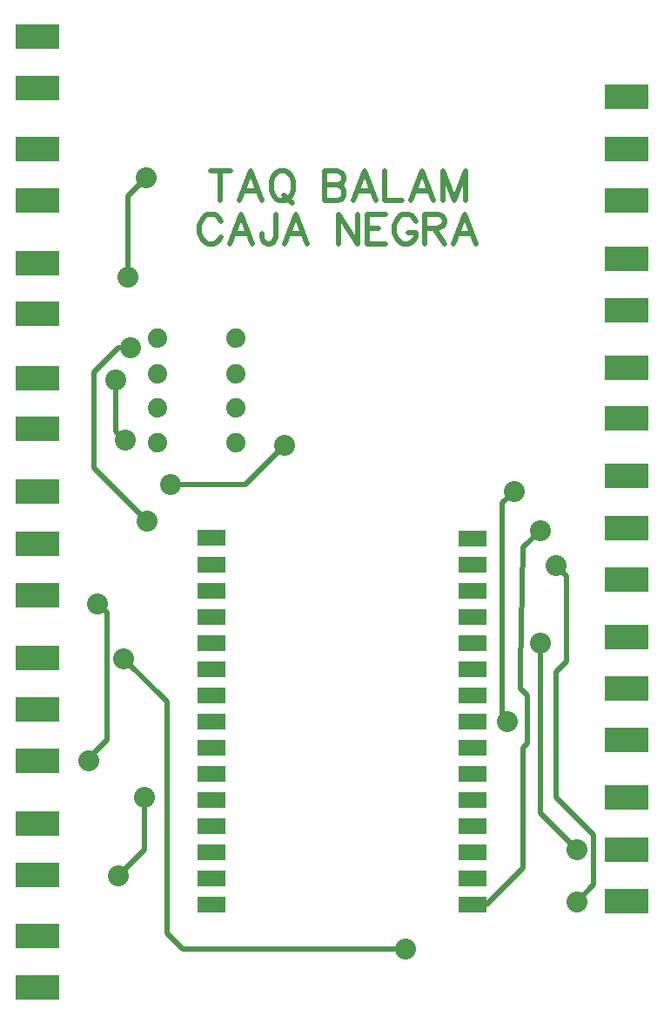
<source format=gtl>
G04 Layer: TopLayer*
G04 EasyEDA v6.5.20, 2022-10-25 19:45:01*
G04 d7509c23e70a4d299dd340956325a71c,9a860c5992af436183867cf7ac43f068,10*
G04 Gerber Generator version 0.2*
G04 Scale: 100 percent, Rotated: No, Reflected: No *
G04 Dimensions in inches *
G04 leading zeros omitted , absolute positions ,3 integer and 6 decimal *
%FSLAX36Y36*%
%MOIN*%

%ADD10C,0.0197*%
%ADD11C,0.0200*%
%ADD12R,0.1687X0.0937*%
%ADD13C,0.0740*%
%ADD14R,0.1083X0.0600*%
%ADD15C,0.0800*%

%LPD*%
D10*
X949498Y3239200D02*
G01*
X949498Y3126399D01*
X911899Y3239200D02*
G01*
X987098Y3239200D01*
X1065398Y3239200D02*
G01*
X1022498Y3126399D01*
X1065398Y3239200D02*
G01*
X1108398Y3126399D01*
X1038599Y3164000D02*
G01*
X1092299Y3164000D01*
X1175999Y3239200D02*
G01*
X1165299Y3233800D01*
X1154598Y3223099D01*
X1149198Y3212300D01*
X1143798Y3196199D01*
X1143798Y3169400D01*
X1149198Y3153299D01*
X1154598Y3142500D01*
X1165299Y3131799D01*
X1175999Y3126399D01*
X1197498Y3126399D01*
X1208199Y3131799D01*
X1218999Y3142500D01*
X1224399Y3153299D01*
X1229699Y3169400D01*
X1229699Y3196199D01*
X1224399Y3212300D01*
X1218999Y3223099D01*
X1208199Y3233800D01*
X1197498Y3239200D01*
X1175999Y3239200D01*
X1192098Y3147899D02*
G01*
X1224399Y3115700D01*
X1347799Y3239200D02*
G01*
X1347799Y3126399D01*
X1347799Y3239200D02*
G01*
X1396198Y3239200D01*
X1412299Y3233800D01*
X1417599Y3228400D01*
X1422998Y3217700D01*
X1422998Y3206999D01*
X1417599Y3196199D01*
X1412299Y3190900D01*
X1396198Y3185500D01*
X1347799Y3185500D02*
G01*
X1396198Y3185500D01*
X1412299Y3180100D01*
X1417599Y3174800D01*
X1422998Y3164000D01*
X1422998Y3147899D01*
X1417599Y3137199D01*
X1412299Y3131799D01*
X1396198Y3126399D01*
X1347799Y3126399D01*
X1501399Y3239200D02*
G01*
X1458398Y3126399D01*
X1501399Y3239200D02*
G01*
X1544299Y3126399D01*
X1474498Y3164000D02*
G01*
X1528199Y3164000D01*
X1579799Y3239200D02*
G01*
X1579799Y3126399D01*
X1579799Y3126399D02*
G01*
X1644198Y3126399D01*
X1722599Y3239200D02*
G01*
X1679598Y3126399D01*
X1722599Y3239200D02*
G01*
X1765498Y3126399D01*
X1695699Y3164000D02*
G01*
X1749399Y3164000D01*
X1800898Y3239200D02*
G01*
X1800898Y3126399D01*
X1800898Y3239200D02*
G01*
X1843899Y3126399D01*
X1886799Y3239200D02*
G01*
X1843899Y3126399D01*
X1886799Y3239200D02*
G01*
X1886799Y3126399D01*
X950500Y3047300D02*
G01*
X945200Y3058099D01*
X934399Y3068800D01*
X923699Y3074200D01*
X902200Y3074200D01*
X891499Y3068800D01*
X880699Y3058099D01*
X875399Y3047300D01*
X870000Y3031199D01*
X870000Y3004400D01*
X875399Y2988299D01*
X880699Y2977500D01*
X891499Y2966799D01*
X902200Y2961399D01*
X923699Y2961399D01*
X934399Y2966799D01*
X945200Y2977500D01*
X950500Y2988299D01*
X1028900Y3074200D02*
G01*
X986000Y2961399D01*
X1028900Y3074200D02*
G01*
X1071899Y2961399D01*
X1002100Y2999000D02*
G01*
X1055799Y2999000D01*
X1161000Y3074200D02*
G01*
X1161000Y2988299D01*
X1155600Y2972199D01*
X1150200Y2966799D01*
X1139499Y2961399D01*
X1128800Y2961399D01*
X1118000Y2966799D01*
X1112700Y2972199D01*
X1107299Y2988299D01*
X1107299Y2999000D01*
X1239399Y3074200D02*
G01*
X1196400Y2961399D01*
X1239399Y3074200D02*
G01*
X1282299Y2961399D01*
X1212500Y2999000D02*
G01*
X1266199Y2999000D01*
X1400399Y3074200D02*
G01*
X1400399Y2961399D01*
X1400399Y3074200D02*
G01*
X1475600Y2961399D01*
X1475600Y3074200D02*
G01*
X1475600Y2961399D01*
X1511000Y3074200D02*
G01*
X1511000Y2961399D01*
X1511000Y3074200D02*
G01*
X1580799Y3074200D01*
X1511000Y3020500D02*
G01*
X1553999Y3020500D01*
X1511000Y2961399D02*
G01*
X1580799Y2961399D01*
X1696800Y3047300D02*
G01*
X1691400Y3058099D01*
X1680699Y3068800D01*
X1669899Y3074200D01*
X1648500Y3074200D01*
X1637700Y3068800D01*
X1626999Y3058099D01*
X1621599Y3047300D01*
X1616199Y3031199D01*
X1616199Y3004400D01*
X1621599Y2988299D01*
X1626999Y2977500D01*
X1637700Y2966799D01*
X1648500Y2961399D01*
X1669899Y2961399D01*
X1680699Y2966799D01*
X1691400Y2977500D01*
X1696800Y2988299D01*
X1696800Y3004400D01*
X1669899Y3004400D02*
G01*
X1696800Y3004400D01*
X1732200Y3074200D02*
G01*
X1732200Y2961399D01*
X1732200Y3074200D02*
G01*
X1780500Y3074200D01*
X1796599Y3068800D01*
X1801999Y3063400D01*
X1807399Y3052700D01*
X1807399Y3041999D01*
X1801999Y3031199D01*
X1796599Y3025900D01*
X1780500Y3020500D01*
X1732200Y3020500D01*
X1769799Y3020500D02*
G01*
X1807399Y2961399D01*
X1885699Y3074200D02*
G01*
X1842799Y2961399D01*
X1885699Y3074200D02*
G01*
X1928699Y2961399D01*
X1858900Y2999000D02*
G01*
X1912600Y2999000D01*
D11*
X2315000Y645000D02*
G01*
X2175000Y785000D01*
X2175000Y1435000D01*
X585000Y2210000D02*
G01*
X550000Y2245000D01*
X550000Y2440000D01*
X560000Y545000D02*
G01*
X660000Y645000D01*
X660000Y845000D01*
X1195000Y2190000D02*
G01*
X1045000Y2040000D01*
X760000Y2040000D01*
X665000Y3215000D02*
G01*
X595000Y3145000D01*
X595000Y2835000D01*
X605000Y2565000D02*
G01*
X560000Y2565000D01*
X465000Y2470000D01*
X465000Y2105000D01*
X670000Y1900000D01*
X580000Y1375000D02*
G01*
X745000Y1210000D01*
X745000Y325000D01*
X805000Y265000D01*
X1660000Y265000D01*
X480000Y1585000D02*
G01*
X515000Y1550000D01*
X515000Y1065000D01*
X445000Y995000D01*
X445000Y985000D01*
X1915000Y435000D02*
G01*
X1970000Y435000D01*
X2110000Y575000D01*
X2110000Y1035000D01*
X2125000Y1050000D01*
X2125000Y1235000D01*
X2100000Y1260000D01*
X2100000Y1340000D01*
X2110000Y1800000D01*
X2175000Y1865000D01*
X2075000Y2015000D02*
G01*
X2030000Y1970000D01*
X2030000Y1135000D01*
X2050000Y1135000D01*
X2315000Y445000D02*
G01*
X2380000Y510000D01*
X2380000Y700000D01*
X2235000Y845000D01*
X2235000Y1325000D01*
X2275000Y1365000D01*
X2275000Y1690000D01*
X2235000Y1730000D01*
D12*
G01*
X250000Y3753000D03*
G01*
X250000Y3556999D03*
G01*
X250000Y3323000D03*
G01*
X250000Y3126999D03*
G01*
X250000Y2888000D03*
G01*
X250000Y2691999D03*
G01*
X250000Y2448000D03*
G01*
X250000Y2251999D03*
G01*
X250000Y743000D03*
G01*
X250000Y546999D03*
G01*
X2505000Y2706999D03*
G01*
X2505000Y2903000D03*
G01*
X2505000Y2291999D03*
G01*
X2505000Y2488000D03*
G01*
X250000Y313000D03*
G01*
X250000Y116999D03*
G01*
X250000Y1815000D03*
G01*
X250000Y1618000D03*
G01*
X250000Y2011999D03*
G01*
X250000Y1180000D03*
G01*
X250000Y983000D03*
G01*
X250000Y1376999D03*
G01*
X2505000Y3325000D03*
G01*
X2505000Y3521999D03*
G01*
X2505000Y3128000D03*
G01*
X2505000Y1875000D03*
G01*
X2505000Y2071999D03*
G01*
X2505000Y1678000D03*
G01*
X2505000Y1260000D03*
G01*
X2505000Y1456999D03*
G01*
X2505000Y1063000D03*
G01*
X2505000Y645000D03*
G01*
X2505000Y841999D03*
G01*
X2505000Y448000D03*
D13*
G01*
X1010000Y2600000D03*
G01*
X710000Y2600000D03*
G01*
X710000Y2200000D03*
G01*
X1010000Y2200000D03*
G01*
X710000Y2335000D03*
G01*
X1010000Y2335000D03*
G01*
X710000Y2465000D03*
G01*
X1010000Y2465000D03*
D14*
G01*
X915000Y1835250D03*
G01*
X1915000Y1835000D03*
G01*
X915000Y1735000D03*
G01*
X1915000Y1735000D03*
G01*
X915000Y1635000D03*
G01*
X1915000Y1635000D03*
G01*
X915000Y1535000D03*
G01*
X1915000Y1535000D03*
G01*
X915000Y1435000D03*
G01*
X1915000Y1435000D03*
G01*
X915000Y1335000D03*
G01*
X1915000Y1335000D03*
G01*
X915000Y1235000D03*
G01*
X1915000Y1235000D03*
G01*
X915000Y1135000D03*
G01*
X1915000Y1135000D03*
G01*
X915000Y1035000D03*
G01*
X1915000Y1035000D03*
G01*
X915000Y935000D03*
G01*
X1915000Y935000D03*
G01*
X915000Y835000D03*
G01*
X1915000Y835000D03*
G01*
X915000Y735000D03*
G01*
X1915000Y735000D03*
G01*
X915000Y635000D03*
G01*
X1915000Y635000D03*
G01*
X915000Y535000D03*
G01*
X1915000Y535000D03*
G01*
X915000Y435000D03*
G01*
X1915000Y435000D03*
D15*
G01*
X585000Y2210000D03*
G01*
X550000Y2440000D03*
G01*
X560000Y545000D03*
G01*
X660000Y845000D03*
G01*
X1195000Y2190000D03*
G01*
X760000Y2040000D03*
G01*
X665000Y3215000D03*
G01*
X595000Y2835000D03*
G01*
X605000Y2565000D03*
G01*
X670000Y1900000D03*
G01*
X580000Y1375000D03*
G01*
X1660000Y265000D03*
G01*
X445000Y985000D03*
G01*
X480000Y1585000D03*
G01*
X2315000Y645000D03*
G01*
X2315000Y445000D03*
G01*
X2235000Y1730000D03*
G01*
X2175000Y1435000D03*
G01*
X2175000Y1865000D03*
G01*
X2075000Y2015000D03*
G01*
X2050000Y1135000D03*
M02*

</source>
